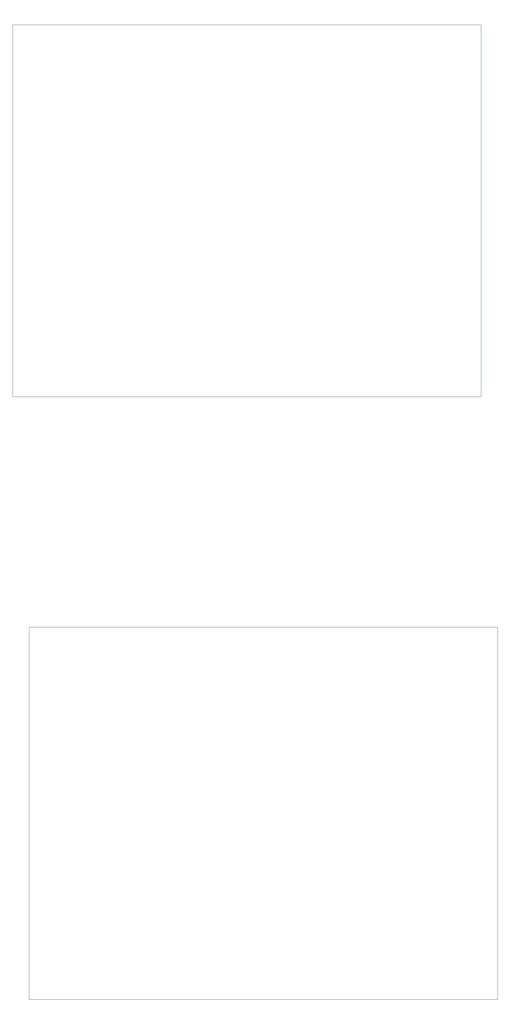
<source format=gbr>
%TF.GenerationSoftware,KiCad,Pcbnew,(6.0.7)*%
%TF.CreationDate,2022-11-13T19:08:48-05:00*%
%TF.ProjectId,single_layer_prototype,73696e67-6c65-45f6-9c61-7965725f7072,rev?*%
%TF.SameCoordinates,Original*%
%TF.FileFunction,Profile,NP*%
%FSLAX46Y46*%
G04 Gerber Fmt 4.6, Leading zero omitted, Abs format (unit mm)*
G04 Created by KiCad (PCBNEW (6.0.7)) date 2022-11-13 19:08:48*
%MOMM*%
%LPD*%
G01*
G04 APERTURE LIST*
%TA.AperFunction,Profile*%
%ADD10C,0.100000*%
%TD*%
G04 APERTURE END LIST*
D10*
X90754200Y-262890000D02*
X195148200Y-262890000D01*
X90754200Y-262864600D02*
X87172800Y-262864600D01*
X191312800Y-38709600D02*
X191312800Y-38328600D01*
X86918800Y-124053600D02*
X191312800Y-124053600D01*
X86918800Y-124053600D02*
X83337400Y-124053600D01*
X191312800Y-124053600D02*
X191312800Y-38709600D01*
X195148200Y-177520600D02*
X195148200Y-177139600D01*
X87172800Y-262864600D02*
X87172800Y-177139600D01*
X195148200Y-262864600D02*
X195148200Y-177520600D01*
X83337400Y-124053600D02*
X83337400Y-38328600D01*
X195148200Y-177139600D02*
X87172800Y-177139600D01*
X191312800Y-38328600D02*
X83337400Y-38328600D01*
M02*

</source>
